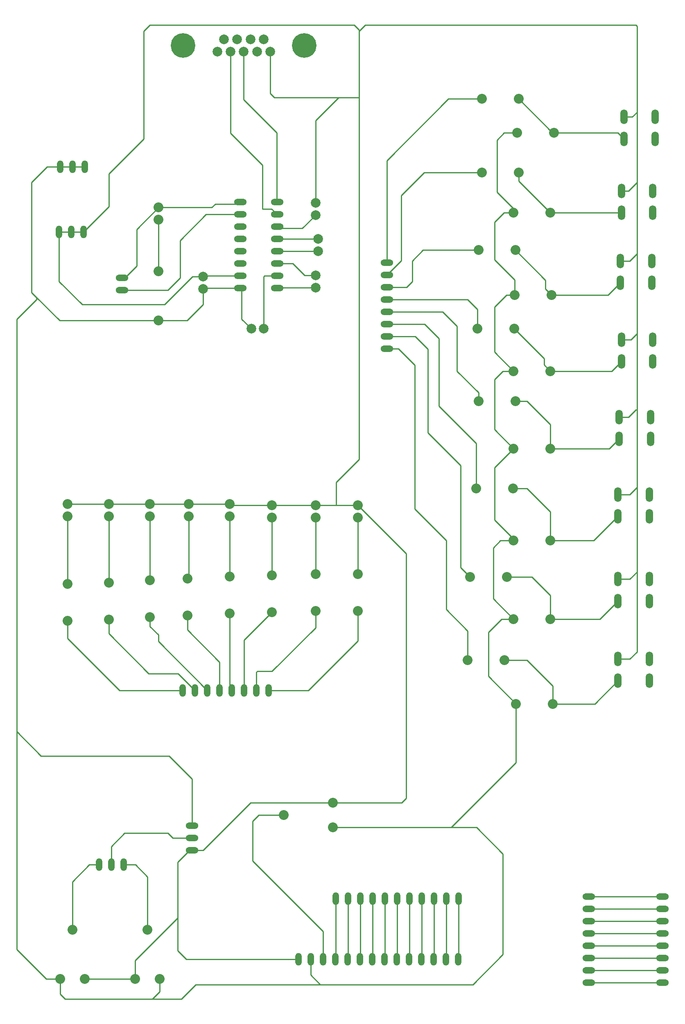
<source format=gbl>
G04 #@! TF.GenerationSoftware,KiCad,Pcbnew,(5.1.6)-1*
G04 #@! TF.CreationDate,2020-09-06T23:44:10-05:00*
G04 #@! TF.ProjectId,Practice1,50726163-7469-4636-9531-2e6b69636164,rev?*
G04 #@! TF.SameCoordinates,Original*
G04 #@! TF.FileFunction,Copper,L2,Bot*
G04 #@! TF.FilePolarity,Positive*
%FSLAX46Y46*%
G04 Gerber Fmt 4.6, Leading zero omitted, Abs format (unit mm)*
G04 Created by KiCad (PCBNEW (5.1.6)-1) date 2020-09-06 23:44:10*
%MOMM*%
%LPD*%
G01*
G04 APERTURE LIST*
G04 #@! TA.AperFunction,ComponentPad*
%ADD10O,1.320800X2.641600*%
G04 #@! TD*
G04 #@! TA.AperFunction,ComponentPad*
%ADD11C,5.080000*%
G04 #@! TD*
G04 #@! TA.AperFunction,ComponentPad*
%ADD12C,1.998980*%
G04 #@! TD*
G04 #@! TA.AperFunction,ComponentPad*
%ADD13O,2.641600X1.320800*%
G04 #@! TD*
G04 #@! TA.AperFunction,ComponentPad*
%ADD14O,1.506220X3.014980*%
G04 #@! TD*
G04 #@! TA.AperFunction,ComponentPad*
%ADD15C,2.032000*%
G04 #@! TD*
G04 #@! TA.AperFunction,Conductor*
%ADD16C,0.250000*%
G04 #@! TD*
G04 APERTURE END LIST*
D10*
X131250000Y-232500000D03*
X128710000Y-232500000D03*
X126170000Y-232500000D03*
X123630000Y-232500000D03*
X121090000Y-232500000D03*
X118550000Y-232500000D03*
X116010000Y-232500000D03*
X113470000Y-232500000D03*
X110930000Y-232500000D03*
X108390000Y-232500000D03*
X105850000Y-232500000D03*
X103310000Y-232500000D03*
X100770000Y-232500000D03*
X98230000Y-232500000D03*
D11*
X99428300Y-43764200D03*
X74383900Y-43764200D03*
D12*
X91020900Y-42494200D03*
X88277700Y-42494200D03*
X85534500Y-42494200D03*
X82791300Y-42494200D03*
X92392500Y-45034200D03*
X89649300Y-45034200D03*
X86906100Y-45034200D03*
X84162900Y-45034200D03*
X81419700Y-45034200D03*
D13*
X86190000Y-93890000D03*
X86190000Y-91350000D03*
X86190000Y-88810000D03*
X86190000Y-86270000D03*
X86190000Y-83730000D03*
X86190000Y-81190000D03*
X86190000Y-78650000D03*
X86190000Y-76110000D03*
X93810000Y-76110000D03*
X93810000Y-78650000D03*
X93810000Y-81190000D03*
X93810000Y-83730000D03*
X93810000Y-86270000D03*
X93810000Y-88810000D03*
X93810000Y-91350000D03*
X93810000Y-93890000D03*
X76250000Y-210040000D03*
X76250000Y-207500000D03*
X76250000Y-204960000D03*
D14*
X170748660Y-174997900D03*
X164251340Y-174997900D03*
X170748660Y-170502100D03*
X164251340Y-170502100D03*
X170748660Y-158497900D03*
X164251340Y-158497900D03*
X170748660Y-154002100D03*
X164251340Y-154002100D03*
X170748660Y-140997900D03*
X164251340Y-140997900D03*
X170748660Y-136502100D03*
X164251340Y-136502100D03*
X170998660Y-124997900D03*
X164501340Y-124997900D03*
X170998660Y-120502100D03*
X164501340Y-120502100D03*
X171498660Y-108997900D03*
X165001340Y-108997900D03*
X171498660Y-104502100D03*
X165001340Y-104502100D03*
X171248660Y-92747900D03*
X164751340Y-92747900D03*
X171248660Y-88252100D03*
X164751340Y-88252100D03*
X171497320Y-78245800D03*
X165000000Y-78245800D03*
X171497320Y-73750000D03*
X165000000Y-73750000D03*
X171997320Y-62997900D03*
X165500000Y-62997900D03*
X171997320Y-58502100D03*
X165500000Y-58502100D03*
D15*
X69540000Y-236580000D03*
X67000000Y-226420000D03*
X64460000Y-236580000D03*
X54040000Y-236580000D03*
X51500000Y-226420000D03*
X48960000Y-236580000D03*
X105330000Y-200210000D03*
X95170000Y-202750000D03*
X105330000Y-205290000D03*
X143190000Y-179750000D03*
X150810000Y-179750000D03*
X142690000Y-162250000D03*
X150310000Y-162250000D03*
X142690000Y-146000000D03*
X150310000Y-146000000D03*
X142690000Y-127000000D03*
X150310000Y-127000000D03*
X142690000Y-111000000D03*
X150310000Y-111000000D03*
X142940000Y-95250000D03*
X150560000Y-95250000D03*
X142690000Y-78250000D03*
X150310000Y-78250000D03*
X143440000Y-61750000D03*
X151060000Y-61750000D03*
X133190000Y-170750000D03*
X140810000Y-170750000D03*
X133690000Y-153500000D03*
X141310000Y-153500000D03*
X134940000Y-135250000D03*
X142560000Y-135250000D03*
X135440000Y-117250000D03*
X143060000Y-117250000D03*
X135250000Y-102250000D03*
X142870000Y-102250000D03*
X135440000Y-86000000D03*
X143060000Y-86000000D03*
X136190000Y-70000000D03*
X143810000Y-70000000D03*
X136130000Y-54750000D03*
X143750000Y-54750000D03*
X50500000Y-162620000D03*
X50500000Y-155000000D03*
X59000000Y-162370000D03*
X59000000Y-154750000D03*
X67500000Y-161810000D03*
X67500000Y-154190000D03*
X75250000Y-161500000D03*
X75250000Y-153880000D03*
X84000000Y-161060000D03*
X84000000Y-153440000D03*
X92750000Y-160810000D03*
X92750000Y-153190000D03*
X101750000Y-160560000D03*
X101750000Y-152940000D03*
X110500000Y-160560000D03*
X110500000Y-152940000D03*
X69250000Y-90420000D03*
X69250000Y-100580000D03*
D10*
X62040000Y-213000000D03*
X59500000Y-213000000D03*
X56960000Y-213000000D03*
D13*
X116500000Y-106390000D03*
X116500000Y-103850000D03*
X116500000Y-101310000D03*
X116500000Y-98770000D03*
X116500000Y-96230000D03*
X116500000Y-93690000D03*
X116500000Y-91150000D03*
X116500000Y-88610000D03*
D10*
X131330000Y-220000000D03*
X128790000Y-220000000D03*
X126250000Y-220000000D03*
X123710000Y-220000000D03*
X121170000Y-220000000D03*
X118630000Y-220000000D03*
X116090000Y-220000000D03*
X113550000Y-220000000D03*
X111010000Y-220000000D03*
X108470000Y-220000000D03*
X105930000Y-220000000D03*
X92080000Y-177000000D03*
X89540000Y-177000000D03*
X87000000Y-177000000D03*
X84460000Y-177000000D03*
X81920000Y-177000000D03*
X79380000Y-177000000D03*
X76840000Y-177000000D03*
X74300000Y-177000000D03*
X53790000Y-82250000D03*
X51250000Y-82250000D03*
X48710000Y-82250000D03*
X54040000Y-68750000D03*
X51500000Y-68750000D03*
X48960000Y-68750000D03*
D13*
X61750000Y-94250000D03*
X61750000Y-91710000D03*
X158250000Y-219610000D03*
X158250000Y-222150000D03*
X158250000Y-224690000D03*
X158250000Y-227230000D03*
X158250000Y-229770000D03*
X158250000Y-232310000D03*
X158250000Y-234850000D03*
X158250000Y-237390000D03*
X173500000Y-219610000D03*
X173500000Y-222150000D03*
X173500000Y-224690000D03*
X173500000Y-227230000D03*
X173500000Y-229770000D03*
X173500000Y-232310000D03*
X173500000Y-234850000D03*
X173500000Y-237390000D03*
D15*
X110500000Y-141270000D03*
X110500000Y-138730000D03*
X101750000Y-141270000D03*
X101750000Y-138730000D03*
X92750000Y-141250000D03*
X92750000Y-138710000D03*
X84000000Y-141020000D03*
X84000000Y-138480000D03*
X75500000Y-141020000D03*
X75500000Y-138480000D03*
X67500000Y-141020000D03*
X67500000Y-138480000D03*
X59000000Y-141020000D03*
X59000000Y-138480000D03*
X50500000Y-141020000D03*
X50500000Y-138480000D03*
X69250000Y-79750000D03*
X69250000Y-77210000D03*
D12*
X78500000Y-94020000D03*
X78500000Y-91480000D03*
X101750000Y-76230000D03*
X101750000Y-78770000D03*
X91020000Y-102250000D03*
X88480000Y-102250000D03*
X102250000Y-86250000D03*
X102250000Y-83710000D03*
X101750000Y-93750000D03*
X101750000Y-91210000D03*
D16*
X93950000Y-93750000D02*
X93810000Y-93890000D01*
X101750000Y-93750000D02*
X93950000Y-93750000D01*
X101750000Y-91210000D02*
X99460000Y-91210000D01*
X97060000Y-88810000D02*
X93810000Y-88810000D01*
X99460000Y-91210000D02*
X97060000Y-88810000D01*
X93830000Y-86250000D02*
X93810000Y-86270000D01*
X102250000Y-86250000D02*
X93830000Y-86250000D01*
X93830000Y-83710000D02*
X93810000Y-83730000D01*
X102250000Y-83710000D02*
X93830000Y-83710000D01*
X91020000Y-102250000D02*
X91020000Y-91520000D01*
X91190000Y-91350000D02*
X93810000Y-91350000D01*
X91020000Y-91520000D02*
X91190000Y-91350000D01*
X100770000Y-232500000D02*
X100770000Y-235770000D01*
X100770000Y-235770000D02*
X102750000Y-237750000D01*
X134250000Y-237750000D02*
X140500000Y-231500000D01*
X140500000Y-231500000D02*
X140500000Y-210750000D01*
X140500000Y-210750000D02*
X135040000Y-205290000D01*
X69540000Y-236580000D02*
X69540000Y-239210000D01*
X69540000Y-239210000D02*
X68000000Y-240750000D01*
X68000000Y-240750000D02*
X50000000Y-240750000D01*
X48960000Y-239710000D02*
X48960000Y-236580000D01*
X50000000Y-240750000D02*
X48960000Y-239710000D01*
X103000000Y-237750000D02*
X77000000Y-237750000D01*
X103000000Y-237750000D02*
X134250000Y-237750000D01*
X102750000Y-237750000D02*
X103000000Y-237750000D01*
X74000000Y-240750000D02*
X68000000Y-240750000D01*
X77000000Y-237750000D02*
X74000000Y-240750000D01*
X88480000Y-102250000D02*
X86480000Y-100250000D01*
X86480000Y-94180000D02*
X86190000Y-93890000D01*
X86480000Y-100250000D02*
X86480000Y-94180000D01*
X78630000Y-93890000D02*
X78500000Y-94020000D01*
X86190000Y-93890000D02*
X78630000Y-93890000D01*
X78500000Y-94020000D02*
X78500000Y-97250000D01*
X75170000Y-100580000D02*
X69250000Y-100580000D01*
X78500000Y-97250000D02*
X75170000Y-100580000D01*
X54040000Y-68750000D02*
X51500000Y-68750000D01*
X48960000Y-68750000D02*
X51500000Y-68750000D01*
X48960000Y-68750000D02*
X46250000Y-68750000D01*
X46250000Y-68750000D02*
X43000000Y-72000000D01*
X43000000Y-72000000D02*
X43000000Y-94750000D01*
X48830000Y-100580000D02*
X69250000Y-100580000D01*
X48960000Y-236580000D02*
X46080000Y-236580000D01*
X46080000Y-236580000D02*
X40000000Y-230500000D01*
X40000000Y-100250000D02*
X44000000Y-96250000D01*
X44000000Y-95750000D02*
X43875000Y-95625000D01*
X44000000Y-96250000D02*
X44000000Y-95750000D01*
X43000000Y-94750000D02*
X43875000Y-95625000D01*
X43875000Y-95625000D02*
X48830000Y-100580000D01*
X76250000Y-204960000D02*
X76250000Y-195250000D01*
X76250000Y-195250000D02*
X71500000Y-190500000D01*
X45000000Y-190500000D02*
X40000000Y-185500000D01*
X71500000Y-190500000D02*
X45000000Y-190500000D01*
X40000000Y-230500000D02*
X40000000Y-185500000D01*
X40000000Y-185500000D02*
X40000000Y-100250000D01*
X142000000Y-61750000D02*
X140750000Y-61750000D01*
X142000000Y-61750000D02*
X141750000Y-61750000D01*
X143440000Y-61750000D02*
X142000000Y-61750000D01*
X140750000Y-61750000D02*
X139250000Y-63250000D01*
X139250000Y-63250000D02*
X139250000Y-74000000D01*
X142690000Y-77440000D02*
X142690000Y-78250000D01*
X139250000Y-74000000D02*
X142690000Y-77440000D01*
X142690000Y-78250000D02*
X140750000Y-78250000D01*
X140750000Y-78250000D02*
X138750000Y-80250000D01*
X138750000Y-80250000D02*
X138750000Y-88000000D01*
X142940000Y-92190000D02*
X142940000Y-95250000D01*
X138750000Y-88000000D02*
X142940000Y-92190000D01*
X142940000Y-95250000D02*
X141250000Y-95250000D01*
X141250000Y-95250000D02*
X138750000Y-97750000D01*
X138750000Y-107060000D02*
X142690000Y-111000000D01*
X138750000Y-97750000D02*
X138750000Y-107060000D01*
X142690000Y-111000000D02*
X140500000Y-111000000D01*
X140500000Y-111000000D02*
X138750000Y-112750000D01*
X138750000Y-123060000D02*
X142690000Y-127000000D01*
X138750000Y-112750000D02*
X138750000Y-123060000D01*
X138750000Y-141750000D02*
X142690000Y-145690000D01*
X142690000Y-127000000D02*
X138750000Y-130940000D01*
X142690000Y-145690000D02*
X142690000Y-146000000D01*
X138750000Y-130940000D02*
X138750000Y-141750000D01*
X142690000Y-146000000D02*
X140000000Y-146000000D01*
X140000000Y-146000000D02*
X138500000Y-147500000D01*
X138500000Y-158060000D02*
X142690000Y-162250000D01*
X138500000Y-147500000D02*
X138500000Y-158060000D01*
X142690000Y-162250000D02*
X140250000Y-162250000D01*
X140250000Y-162250000D02*
X137500000Y-165000000D01*
X137500000Y-174060000D02*
X143190000Y-179750000D01*
X137500000Y-165000000D02*
X137500000Y-174060000D01*
X135040000Y-205290000D02*
X129790000Y-205290000D01*
X143190000Y-191890000D02*
X129790000Y-205290000D01*
X143190000Y-179750000D02*
X143190000Y-191890000D01*
X129790000Y-205290000D02*
X105330000Y-205290000D01*
X54040000Y-236580000D02*
X64460000Y-236580000D01*
X76250000Y-210040000D02*
X75710000Y-210040000D01*
X75710000Y-210040000D02*
X73250000Y-212500000D01*
X75000000Y-232500000D02*
X98230000Y-232500000D01*
X73250000Y-230750000D02*
X75000000Y-232500000D01*
X64460000Y-236580000D02*
X64460000Y-232790000D01*
X73250000Y-224000000D02*
X73250000Y-223250000D01*
X73250000Y-212500000D02*
X73250000Y-223250000D01*
X64460000Y-232790000D02*
X73250000Y-224000000D01*
X73250000Y-223250000D02*
X73250000Y-230750000D01*
X76250000Y-210040000D02*
X78460000Y-210040000D01*
X88290000Y-200210000D02*
X105330000Y-200210000D01*
X78460000Y-210040000D02*
X88290000Y-200210000D01*
X105330000Y-200210000D02*
X119540000Y-200210000D01*
X119540000Y-200210000D02*
X120500000Y-199250000D01*
X120500000Y-148730000D02*
X110500000Y-138730000D01*
X120500000Y-199250000D02*
X120500000Y-148730000D01*
X92770000Y-138730000D02*
X92750000Y-138710000D01*
X101750000Y-138730000D02*
X92770000Y-138730000D01*
X84230000Y-138710000D02*
X84000000Y-138480000D01*
X92750000Y-138710000D02*
X84230000Y-138710000D01*
X84000000Y-138480000D02*
X75500000Y-138480000D01*
X75500000Y-138480000D02*
X67500000Y-138480000D01*
X67500000Y-138480000D02*
X59000000Y-138480000D01*
X59000000Y-138480000D02*
X50500000Y-138480000D01*
X78630000Y-91350000D02*
X78500000Y-91480000D01*
X86190000Y-91350000D02*
X78630000Y-91350000D01*
X53790000Y-82250000D02*
X51250000Y-82250000D01*
X48710000Y-82250000D02*
X51250000Y-82250000D01*
X48710000Y-82250000D02*
X48710000Y-92460000D01*
X48710000Y-92460000D02*
X53500000Y-97250000D01*
X53500000Y-97250000D02*
X70500000Y-97250000D01*
X76270000Y-91480000D02*
X78500000Y-91480000D01*
X70500000Y-97250000D02*
X76270000Y-91480000D01*
X106020000Y-138730000D02*
X106020000Y-133980000D01*
X106020000Y-138730000D02*
X101750000Y-138730000D01*
X110500000Y-138730000D02*
X106020000Y-138730000D01*
X106020000Y-133980000D02*
X110750000Y-129250000D01*
X110750000Y-40500000D02*
X109750000Y-39500000D01*
X109750000Y-39500000D02*
X67500000Y-39500000D01*
X67500000Y-39500000D02*
X66250000Y-40750000D01*
X66250000Y-40750000D02*
X66250000Y-63000000D01*
X66250000Y-63000000D02*
X59000000Y-70250000D01*
X59000000Y-77040000D02*
X53790000Y-82250000D01*
X59000000Y-70250000D02*
X59000000Y-77040000D01*
X92392500Y-45034200D02*
X92392500Y-53642500D01*
X92392500Y-53642500D02*
X93250000Y-54500000D01*
X101750000Y-59250000D02*
X106500000Y-54500000D01*
X101750000Y-76230000D02*
X101750000Y-59250000D01*
X93250000Y-54500000D02*
X106500000Y-54500000D01*
X106500000Y-54500000D02*
X110500000Y-54500000D01*
X112000000Y-39500000D02*
X110750000Y-40750000D01*
X168000000Y-39500000D02*
X112000000Y-39500000D01*
X168250000Y-39750000D02*
X168000000Y-39500000D01*
X110750000Y-40750000D02*
X110750000Y-40500000D01*
X164251340Y-170502100D02*
X166747900Y-170502100D01*
X166747900Y-170502100D02*
X168250000Y-169000000D01*
X110750000Y-129250000D02*
X110750000Y-54500000D01*
X110500000Y-54500000D02*
X110750000Y-54500000D01*
X110750000Y-54500000D02*
X110750000Y-40750000D01*
X164251340Y-154002100D02*
X166747900Y-154002100D01*
X168250000Y-152500000D02*
X168250000Y-151250000D01*
X166747900Y-154002100D02*
X168250000Y-152500000D01*
X168250000Y-169000000D02*
X168250000Y-151250000D01*
X164251340Y-136502100D02*
X166747900Y-136502100D01*
X166747900Y-136502100D02*
X168250000Y-135000000D01*
X168250000Y-151250000D02*
X168250000Y-134750000D01*
X168250000Y-135000000D02*
X168250000Y-134750000D01*
X165001340Y-104502100D02*
X166997900Y-104502100D01*
X168250000Y-103250000D02*
X168250000Y-102750000D01*
X166997900Y-104502100D02*
X168250000Y-103250000D01*
X164501340Y-120502100D02*
X166502100Y-120502100D01*
X166502100Y-120502100D02*
X168004200Y-119000000D01*
X168250000Y-134750000D02*
X168250000Y-119000000D01*
X168004200Y-119000000D02*
X168250000Y-119000000D01*
X168250000Y-119000000D02*
X168250000Y-102750000D01*
X164751340Y-88252100D02*
X166752100Y-88252100D01*
X166752100Y-88252100D02*
X168250000Y-86754200D01*
X168250000Y-102750000D02*
X168250000Y-85500000D01*
X168250000Y-86754200D02*
X168250000Y-85500000D01*
X165000000Y-73750000D02*
X166500000Y-73750000D01*
X168250000Y-72000000D02*
X168250000Y-71750000D01*
X166500000Y-73750000D02*
X168250000Y-72000000D01*
X168250000Y-85500000D02*
X168250000Y-71750000D01*
X165500000Y-58502100D02*
X167247900Y-58502100D01*
X168250000Y-57500000D02*
X168250000Y-56750000D01*
X168250000Y-71750000D02*
X168250000Y-56750000D01*
X167247900Y-58502100D02*
X168250000Y-57500000D01*
X168250000Y-56750000D02*
X168250000Y-39750000D01*
X101750000Y-78770000D02*
X99020000Y-81500000D01*
X94120000Y-81500000D02*
X93810000Y-81190000D01*
X99020000Y-81500000D02*
X94120000Y-81500000D01*
X69250000Y-79750000D02*
X69250000Y-90420000D01*
X61750000Y-91710000D02*
X62290000Y-91710000D01*
X62290000Y-91710000D02*
X64750000Y-89250000D01*
X64750000Y-81710000D02*
X69250000Y-77210000D01*
X64750000Y-89250000D02*
X64750000Y-81710000D01*
X69250000Y-77210000D02*
X80290000Y-77210000D01*
X80290000Y-77210000D02*
X81000000Y-76500000D01*
X85800000Y-76500000D02*
X86190000Y-76110000D01*
X81000000Y-76500000D02*
X85800000Y-76500000D01*
X50500000Y-141020000D02*
X50500000Y-155000000D01*
X59000000Y-141020000D02*
X59000000Y-154750000D01*
X67500000Y-141020000D02*
X67500000Y-154190000D01*
X75500000Y-153630000D02*
X75250000Y-153880000D01*
X75500000Y-141020000D02*
X75500000Y-153630000D01*
X84000000Y-141020000D02*
X84000000Y-152250000D01*
X84000000Y-152250000D02*
X84000000Y-153440000D01*
X92750000Y-141250000D02*
X92750000Y-153190000D01*
X101750000Y-141270000D02*
X101750000Y-152940000D01*
X110500000Y-141270000D02*
X110500000Y-152940000D01*
X158250000Y-219610000D02*
X173500000Y-219610000D01*
X158250000Y-222150000D02*
X173500000Y-222150000D01*
X158250000Y-224690000D02*
X173500000Y-224690000D01*
X158250000Y-227230000D02*
X173500000Y-227230000D01*
X158250000Y-229770000D02*
X173500000Y-229770000D01*
X158250000Y-232310000D02*
X173500000Y-232310000D01*
X158250000Y-234850000D02*
X173500000Y-234850000D01*
X158250000Y-237390000D02*
X173500000Y-237390000D01*
X61750000Y-94250000D02*
X71250000Y-94250000D01*
X71250000Y-94250000D02*
X73750000Y-91750000D01*
X73750000Y-91750000D02*
X73750000Y-84000000D01*
X79100000Y-78650000D02*
X86190000Y-78650000D01*
X73750000Y-84000000D02*
X79100000Y-78650000D01*
X110500000Y-160560000D02*
X110500000Y-166750000D01*
X100250000Y-177000000D02*
X92080000Y-177000000D01*
X110500000Y-166750000D02*
X100250000Y-177000000D01*
X101750000Y-160560000D02*
X101750000Y-164000000D01*
X101750000Y-164000000D02*
X92750000Y-173000000D01*
X92750000Y-173000000D02*
X89750000Y-173000000D01*
X89540000Y-173210000D02*
X89540000Y-177000000D01*
X89750000Y-173000000D02*
X89540000Y-173210000D01*
X92750000Y-160810000D02*
X87000000Y-166560000D01*
X87000000Y-166560000D02*
X87000000Y-177000000D01*
X84000000Y-176540000D02*
X84460000Y-177000000D01*
X84000000Y-161060000D02*
X84000000Y-176540000D01*
X75250000Y-161500000D02*
X75250000Y-164500000D01*
X81920000Y-171170000D02*
X81920000Y-177000000D01*
X75250000Y-164500000D02*
X81920000Y-171170000D01*
X67500000Y-161810000D02*
X67500000Y-163750000D01*
X67500000Y-163750000D02*
X69250000Y-165500000D01*
X69250000Y-166870000D02*
X79380000Y-177000000D01*
X69250000Y-165500000D02*
X69250000Y-166870000D01*
X59000000Y-162370000D02*
X59000000Y-165250000D01*
X59000000Y-165250000D02*
X67250000Y-173500000D01*
X73340000Y-173500000D02*
X76840000Y-177000000D01*
X67250000Y-173500000D02*
X73340000Y-173500000D01*
X74300000Y-177000000D02*
X61250000Y-177000000D01*
X50500000Y-166250000D02*
X50500000Y-162620000D01*
X61250000Y-177000000D02*
X50500000Y-166250000D01*
X126250000Y-232420000D02*
X126170000Y-232500000D01*
X126250000Y-220000000D02*
X126250000Y-232420000D01*
X123710000Y-232420000D02*
X123630000Y-232500000D01*
X123710000Y-220000000D02*
X123710000Y-232420000D01*
X121170000Y-232420000D02*
X121090000Y-232500000D01*
X121170000Y-220000000D02*
X121170000Y-232420000D01*
X118630000Y-232420000D02*
X118550000Y-232500000D01*
X118630000Y-220000000D02*
X118630000Y-232420000D01*
X116090000Y-232420000D02*
X116010000Y-232500000D01*
X116090000Y-220000000D02*
X116090000Y-232420000D01*
X113550000Y-232420000D02*
X113470000Y-232500000D01*
X113550000Y-220000000D02*
X113550000Y-232420000D01*
X111010000Y-232420000D02*
X110930000Y-232500000D01*
X111010000Y-220000000D02*
X111010000Y-232420000D01*
X108470000Y-232420000D02*
X108390000Y-232500000D01*
X108470000Y-220000000D02*
X108470000Y-232420000D01*
X105930000Y-232420000D02*
X105850000Y-232500000D01*
X105930000Y-220000000D02*
X105930000Y-232420000D01*
X95170000Y-202750000D02*
X90000000Y-202750000D01*
X90000000Y-202750000D02*
X88750000Y-204000000D01*
X88750000Y-204000000D02*
X88750000Y-212250000D01*
X103310000Y-226810000D02*
X103310000Y-232500000D01*
X88750000Y-212250000D02*
X103310000Y-226810000D01*
X116500000Y-106390000D02*
X118890000Y-106390000D01*
X118890000Y-106390000D02*
X122250000Y-109750000D01*
X122250000Y-109750000D02*
X122250000Y-139500000D01*
X122250000Y-139500000D02*
X128750000Y-146000000D01*
X128750000Y-146000000D02*
X128750000Y-160250000D01*
X133190000Y-164690000D02*
X133190000Y-170750000D01*
X128750000Y-160250000D02*
X133190000Y-164690000D01*
X116500000Y-103850000D02*
X122350000Y-103850000D01*
X122350000Y-103850000D02*
X125000000Y-106500000D01*
X125000000Y-106500000D02*
X125000000Y-123750000D01*
X125000000Y-123750000D02*
X131750000Y-130500000D01*
X131750000Y-151560000D02*
X133690000Y-153500000D01*
X131750000Y-130500000D02*
X131750000Y-151560000D01*
X134940000Y-135250000D02*
X134940000Y-125940000D01*
X134940000Y-125940000D02*
X127250000Y-118250000D01*
X127250000Y-118250000D02*
X127250000Y-104250000D01*
X124310000Y-101310000D02*
X116500000Y-101310000D01*
X127250000Y-104250000D02*
X124310000Y-101310000D01*
X135440000Y-117250000D02*
X135440000Y-115440000D01*
X135440000Y-115440000D02*
X131000000Y-111000000D01*
X131000000Y-111000000D02*
X131000000Y-101750000D01*
X128020000Y-98770000D02*
X116500000Y-98770000D01*
X131000000Y-101750000D02*
X128020000Y-98770000D01*
X135250000Y-102250000D02*
X135250000Y-98250000D01*
X133230000Y-96230000D02*
X116500000Y-96230000D01*
X135250000Y-98250000D02*
X133230000Y-96230000D01*
X121750000Y-88250000D02*
X121750000Y-92500000D01*
X135440000Y-86000000D02*
X124000000Y-86000000D01*
X120560000Y-93690000D02*
X116500000Y-93690000D01*
X121750000Y-92500000D02*
X120560000Y-93690000D01*
X124000000Y-86000000D02*
X121750000Y-88250000D01*
X119500000Y-74750000D02*
X119500000Y-88150000D01*
X119500000Y-88150000D02*
X116500000Y-91150000D01*
X136190000Y-70000000D02*
X124250000Y-70000000D01*
X124250000Y-70000000D02*
X119500000Y-74750000D01*
X116500000Y-88610000D02*
X116500000Y-67500000D01*
X129250000Y-54750000D02*
X136130000Y-54750000D01*
X116500000Y-67500000D02*
X129250000Y-54750000D01*
X62040000Y-213000000D02*
X64500000Y-213000000D01*
X67000000Y-215500000D02*
X67000000Y-226420000D01*
X64500000Y-213000000D02*
X67000000Y-215500000D01*
X59500000Y-213000000D02*
X59500000Y-209250000D01*
X59500000Y-209250000D02*
X62250000Y-206500000D01*
X62250000Y-206500000D02*
X71250000Y-206500000D01*
X72250000Y-207500000D02*
X76250000Y-207500000D01*
X71250000Y-206500000D02*
X72250000Y-207500000D01*
X56960000Y-213000000D02*
X55000000Y-213000000D01*
X51500000Y-216500000D02*
X51500000Y-226420000D01*
X55000000Y-213000000D02*
X51500000Y-216500000D01*
X150750000Y-61750000D02*
X151060000Y-61750000D01*
X143750000Y-54750000D02*
X150750000Y-61750000D01*
X164252100Y-61750000D02*
X165500000Y-62997900D01*
X151060000Y-61750000D02*
X164252100Y-61750000D01*
X143810000Y-71750000D02*
X150310000Y-78250000D01*
X143810000Y-70000000D02*
X143810000Y-71750000D01*
X150310000Y-78250000D02*
X164000000Y-78250000D01*
X164004200Y-78245800D02*
X165000000Y-78245800D01*
X164000000Y-78250000D02*
X164004200Y-78245800D01*
X162249240Y-95250000D02*
X164751340Y-92747900D01*
X150560000Y-95250000D02*
X162249240Y-95250000D01*
X143060000Y-86000000D02*
X149310000Y-92250000D01*
X149310000Y-94000000D02*
X150560000Y-95250000D01*
X149310000Y-92250000D02*
X149310000Y-94000000D01*
X162999240Y-111000000D02*
X165001340Y-108997900D01*
X150310000Y-111000000D02*
X162999240Y-111000000D01*
X142870000Y-102250000D02*
X149000000Y-108380000D01*
X149000000Y-109690000D02*
X150310000Y-111000000D01*
X149000000Y-108380000D02*
X149000000Y-109690000D01*
X162499240Y-127000000D02*
X164501340Y-124997900D01*
X150310000Y-127000000D02*
X162499240Y-127000000D01*
X143060000Y-117250000D02*
X145500000Y-117250000D01*
X150310000Y-122060000D02*
X150310000Y-127000000D01*
X145500000Y-117250000D02*
X150310000Y-122060000D01*
X159249240Y-146000000D02*
X164251340Y-140997900D01*
X150310000Y-146000000D02*
X159249240Y-146000000D01*
X142560000Y-135250000D02*
X145500000Y-135250000D01*
X150310000Y-140060000D02*
X150310000Y-146000000D01*
X145500000Y-135250000D02*
X150310000Y-140060000D01*
X160499240Y-162250000D02*
X164251340Y-158497900D01*
X150310000Y-162250000D02*
X160499240Y-162250000D01*
X141310000Y-153500000D02*
X146500000Y-153500000D01*
X150310000Y-157310000D02*
X150310000Y-162250000D01*
X146500000Y-153500000D02*
X150310000Y-157310000D01*
X159499240Y-179750000D02*
X164251340Y-174997900D01*
X150810000Y-179750000D02*
X159499240Y-179750000D01*
X140810000Y-170750000D02*
X145500000Y-170750000D01*
X150810000Y-176060000D02*
X150810000Y-179750000D01*
X145500000Y-170750000D02*
X150810000Y-176060000D01*
X86906100Y-45034200D02*
X86906100Y-54906100D01*
X86906100Y-54906100D02*
X93750000Y-61750000D01*
X93750000Y-76050000D02*
X93810000Y-76110000D01*
X93750000Y-61750000D02*
X93750000Y-76050000D01*
X84162900Y-45034200D02*
X84162900Y-61837100D01*
X84162900Y-61837100D02*
X90750000Y-68424200D01*
X90750000Y-68424200D02*
X90750000Y-77500000D01*
X92660000Y-77500000D02*
X93810000Y-78650000D01*
X90750000Y-77500000D02*
X92660000Y-77500000D01*
X131330000Y-232420000D02*
X131250000Y-232500000D01*
X131330000Y-220000000D02*
X131330000Y-232420000D01*
X128790000Y-232420000D02*
X128710000Y-232500000D01*
X128790000Y-220000000D02*
X128790000Y-232420000D01*
M02*

</source>
